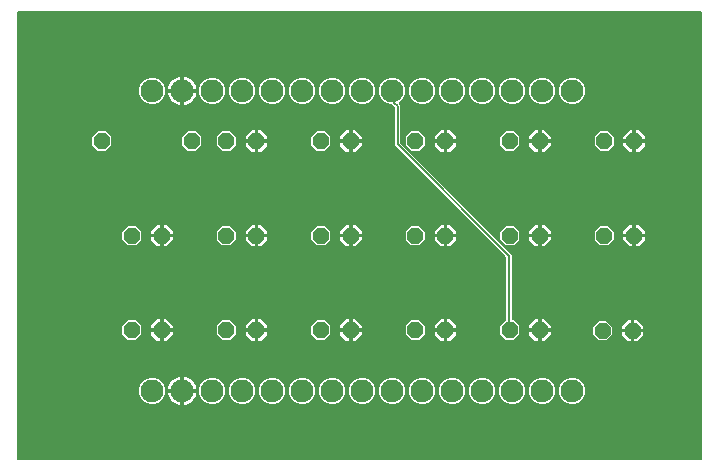
<source format=gbr>
G04 EAGLE Gerber RS-274X export*
G75*
%MOMM*%
%FSLAX34Y34*%
%LPD*%
%INTop Copper*%
%IPPOS*%
%AMOC8*
5,1,8,0,0,1.08239X$1,22.5*%
G01*
%ADD10C,1.930400*%
%ADD11P,1.429621X8X22.500000*%
%ADD12C,0.152400*%

G36*
X589098Y10164D02*
X589098Y10164D01*
X589117Y10162D01*
X589219Y10184D01*
X589321Y10200D01*
X589338Y10210D01*
X589358Y10214D01*
X589447Y10267D01*
X589538Y10316D01*
X589552Y10330D01*
X589569Y10340D01*
X589636Y10419D01*
X589708Y10494D01*
X589716Y10512D01*
X589729Y10527D01*
X589768Y10623D01*
X589811Y10717D01*
X589813Y10737D01*
X589821Y10755D01*
X589839Y10922D01*
X589839Y389078D01*
X589836Y389098D01*
X589838Y389117D01*
X589816Y389219D01*
X589800Y389321D01*
X589790Y389338D01*
X589786Y389358D01*
X589733Y389447D01*
X589684Y389538D01*
X589670Y389552D01*
X589660Y389569D01*
X589581Y389636D01*
X589506Y389708D01*
X589488Y389716D01*
X589473Y389729D01*
X589377Y389768D01*
X589283Y389811D01*
X589263Y389813D01*
X589245Y389821D01*
X589078Y389839D01*
X10922Y389839D01*
X10902Y389836D01*
X10883Y389838D01*
X10781Y389816D01*
X10679Y389800D01*
X10662Y389790D01*
X10642Y389786D01*
X10553Y389733D01*
X10462Y389684D01*
X10448Y389670D01*
X10431Y389660D01*
X10364Y389581D01*
X10292Y389506D01*
X10284Y389488D01*
X10271Y389473D01*
X10232Y389377D01*
X10189Y389283D01*
X10187Y389263D01*
X10179Y389245D01*
X10161Y389078D01*
X10161Y10922D01*
X10164Y10902D01*
X10162Y10883D01*
X10184Y10781D01*
X10200Y10679D01*
X10210Y10662D01*
X10214Y10642D01*
X10267Y10553D01*
X10316Y10462D01*
X10330Y10448D01*
X10340Y10431D01*
X10419Y10364D01*
X10494Y10292D01*
X10512Y10284D01*
X10527Y10271D01*
X10623Y10232D01*
X10717Y10189D01*
X10737Y10187D01*
X10755Y10179D01*
X10922Y10161D01*
X589078Y10161D01*
X589098Y10164D01*
G37*
%LPC*%
G36*
X423933Y111871D02*
X423933Y111871D01*
X419171Y116633D01*
X419171Y123367D01*
X424037Y128233D01*
X424041Y128235D01*
X424132Y128284D01*
X424146Y128298D01*
X424163Y128308D01*
X424230Y128387D01*
X424302Y128462D01*
X424310Y128480D01*
X424323Y128495D01*
X424362Y128591D01*
X424405Y128685D01*
X424407Y128705D01*
X424415Y128723D01*
X424433Y128890D01*
X424433Y181617D01*
X424419Y181708D01*
X424411Y181798D01*
X424399Y181828D01*
X424394Y181860D01*
X424351Y181941D01*
X424315Y182025D01*
X424289Y182057D01*
X424278Y182078D01*
X424255Y182100D01*
X424210Y182156D01*
X329945Y276421D01*
X329945Y308109D01*
X329931Y308200D01*
X329923Y308290D01*
X329911Y308320D01*
X329906Y308352D01*
X329863Y308433D01*
X329827Y308517D01*
X329801Y308549D01*
X329790Y308570D01*
X329767Y308592D01*
X329722Y308648D01*
X328460Y309910D01*
X327270Y311100D01*
X327196Y311153D01*
X327126Y311213D01*
X327096Y311225D01*
X327070Y311244D01*
X326983Y311271D01*
X326898Y311305D01*
X326857Y311309D01*
X326835Y311316D01*
X326803Y311315D01*
X326732Y311323D01*
X325477Y311323D01*
X321369Y313025D01*
X318225Y316169D01*
X316523Y320277D01*
X316523Y324723D01*
X318225Y328831D01*
X321369Y331975D01*
X325477Y333677D01*
X329923Y333677D01*
X334031Y331975D01*
X337175Y328831D01*
X338877Y324723D01*
X338877Y320277D01*
X337175Y316169D01*
X334031Y313025D01*
X333515Y312811D01*
X333476Y312787D01*
X333433Y312771D01*
X333373Y312723D01*
X333306Y312682D01*
X333277Y312646D01*
X333241Y312618D01*
X333199Y312552D01*
X333149Y312492D01*
X333133Y312449D01*
X333108Y312411D01*
X333089Y312335D01*
X333061Y312262D01*
X333059Y312217D01*
X333048Y312172D01*
X333054Y312095D01*
X333051Y312017D01*
X333064Y311973D01*
X333067Y311927D01*
X333098Y311855D01*
X333119Y311780D01*
X333146Y311743D01*
X333164Y311701D01*
X333249Y311594D01*
X333260Y311578D01*
X333264Y311575D01*
X333268Y311570D01*
X334519Y310319D01*
X334519Y278631D01*
X334533Y278540D01*
X334541Y278450D01*
X334553Y278420D01*
X334558Y278388D01*
X334601Y278307D01*
X334637Y278223D01*
X334663Y278191D01*
X334674Y278170D01*
X334697Y278148D01*
X334742Y278092D01*
X429007Y183827D01*
X429007Y128890D01*
X429008Y128881D01*
X429008Y128876D01*
X429010Y128868D01*
X429008Y128851D01*
X429030Y128749D01*
X429046Y128647D01*
X429056Y128630D01*
X429060Y128610D01*
X429113Y128521D01*
X429162Y128430D01*
X429176Y128416D01*
X429186Y128399D01*
X429265Y128332D01*
X429340Y128260D01*
X429358Y128252D01*
X429373Y128239D01*
X429469Y128200D01*
X429563Y128157D01*
X429583Y128155D01*
X429601Y128147D01*
X429768Y128129D01*
X430667Y128129D01*
X435429Y123367D01*
X435429Y116633D01*
X430667Y111871D01*
X423933Y111871D01*
G37*
%LPD*%
%LPC*%
G36*
X173077Y57323D02*
X173077Y57323D01*
X168969Y59025D01*
X165825Y62169D01*
X164123Y66277D01*
X164123Y70723D01*
X165825Y74831D01*
X168969Y77975D01*
X173077Y79677D01*
X177523Y79677D01*
X181631Y77975D01*
X184775Y74831D01*
X186477Y70723D01*
X186477Y66277D01*
X184775Y62169D01*
X181631Y59025D01*
X177523Y57323D01*
X173077Y57323D01*
G37*
%LPD*%
%LPC*%
G36*
X223877Y57323D02*
X223877Y57323D01*
X219769Y59025D01*
X216625Y62169D01*
X214923Y66277D01*
X214923Y70723D01*
X216625Y74831D01*
X219769Y77975D01*
X223877Y79677D01*
X228323Y79677D01*
X232431Y77975D01*
X235575Y74831D01*
X237277Y70723D01*
X237277Y66277D01*
X235575Y62169D01*
X232431Y59025D01*
X228323Y57323D01*
X223877Y57323D01*
G37*
%LPD*%
%LPC*%
G36*
X198477Y311323D02*
X198477Y311323D01*
X194369Y313025D01*
X191225Y316169D01*
X189523Y320277D01*
X189523Y324723D01*
X191225Y328831D01*
X194369Y331975D01*
X198477Y333677D01*
X202923Y333677D01*
X207031Y331975D01*
X210175Y328831D01*
X211877Y324723D01*
X211877Y320277D01*
X210175Y316169D01*
X207031Y313025D01*
X202923Y311323D01*
X198477Y311323D01*
G37*
%LPD*%
%LPC*%
G36*
X173077Y311323D02*
X173077Y311323D01*
X168969Y313025D01*
X165825Y316169D01*
X164123Y320277D01*
X164123Y324723D01*
X165825Y328831D01*
X168969Y331975D01*
X173077Y333677D01*
X177523Y333677D01*
X181631Y331975D01*
X184775Y328831D01*
X186477Y324723D01*
X186477Y320277D01*
X184775Y316169D01*
X181631Y313025D01*
X177523Y311323D01*
X173077Y311323D01*
G37*
%LPD*%
%LPC*%
G36*
X477877Y311323D02*
X477877Y311323D01*
X473769Y313025D01*
X470625Y316169D01*
X468923Y320277D01*
X468923Y324723D01*
X470625Y328831D01*
X473769Y331975D01*
X477877Y333677D01*
X482323Y333677D01*
X486431Y331975D01*
X489575Y328831D01*
X491277Y324723D01*
X491277Y320277D01*
X489575Y316169D01*
X486431Y313025D01*
X482323Y311323D01*
X477877Y311323D01*
G37*
%LPD*%
%LPC*%
G36*
X452477Y311323D02*
X452477Y311323D01*
X448369Y313025D01*
X445225Y316169D01*
X443523Y320277D01*
X443523Y324723D01*
X445225Y328831D01*
X448369Y331975D01*
X452477Y333677D01*
X456923Y333677D01*
X461031Y331975D01*
X464175Y328831D01*
X465877Y324723D01*
X465877Y320277D01*
X464175Y316169D01*
X461031Y313025D01*
X456923Y311323D01*
X452477Y311323D01*
G37*
%LPD*%
%LPC*%
G36*
X427077Y311323D02*
X427077Y311323D01*
X422969Y313025D01*
X419825Y316169D01*
X418123Y320277D01*
X418123Y324723D01*
X419825Y328831D01*
X422969Y331975D01*
X427077Y333677D01*
X431523Y333677D01*
X435631Y331975D01*
X438775Y328831D01*
X440477Y324723D01*
X440477Y320277D01*
X438775Y316169D01*
X435631Y313025D01*
X431523Y311323D01*
X427077Y311323D01*
G37*
%LPD*%
%LPC*%
G36*
X401677Y311323D02*
X401677Y311323D01*
X397569Y313025D01*
X394425Y316169D01*
X392723Y320277D01*
X392723Y324723D01*
X394425Y328831D01*
X397569Y331975D01*
X401677Y333677D01*
X406123Y333677D01*
X410231Y331975D01*
X413375Y328831D01*
X415077Y324723D01*
X415077Y320277D01*
X413375Y316169D01*
X410231Y313025D01*
X406123Y311323D01*
X401677Y311323D01*
G37*
%LPD*%
%LPC*%
G36*
X376277Y311323D02*
X376277Y311323D01*
X372169Y313025D01*
X369025Y316169D01*
X367323Y320277D01*
X367323Y324723D01*
X369025Y328831D01*
X372169Y331975D01*
X376277Y333677D01*
X380723Y333677D01*
X384831Y331975D01*
X387975Y328831D01*
X389677Y324723D01*
X389677Y320277D01*
X387975Y316169D01*
X384831Y313025D01*
X380723Y311323D01*
X376277Y311323D01*
G37*
%LPD*%
%LPC*%
G36*
X350877Y311323D02*
X350877Y311323D01*
X346769Y313025D01*
X343625Y316169D01*
X341923Y320277D01*
X341923Y324723D01*
X343625Y328831D01*
X346769Y331975D01*
X350877Y333677D01*
X355323Y333677D01*
X359431Y331975D01*
X362575Y328831D01*
X364277Y324723D01*
X364277Y320277D01*
X362575Y316169D01*
X359431Y313025D01*
X355323Y311323D01*
X350877Y311323D01*
G37*
%LPD*%
%LPC*%
G36*
X300077Y311323D02*
X300077Y311323D01*
X295969Y313025D01*
X292825Y316169D01*
X291123Y320277D01*
X291123Y324723D01*
X292825Y328831D01*
X295969Y331975D01*
X300077Y333677D01*
X304523Y333677D01*
X308631Y331975D01*
X311775Y328831D01*
X313477Y324723D01*
X313477Y320277D01*
X311775Y316169D01*
X308631Y313025D01*
X304523Y311323D01*
X300077Y311323D01*
G37*
%LPD*%
%LPC*%
G36*
X274677Y311323D02*
X274677Y311323D01*
X270569Y313025D01*
X267425Y316169D01*
X265723Y320277D01*
X265723Y324723D01*
X267425Y328831D01*
X270569Y331975D01*
X274677Y333677D01*
X279123Y333677D01*
X283231Y331975D01*
X286375Y328831D01*
X288077Y324723D01*
X288077Y320277D01*
X286375Y316169D01*
X283231Y313025D01*
X279123Y311323D01*
X274677Y311323D01*
G37*
%LPD*%
%LPC*%
G36*
X249277Y311323D02*
X249277Y311323D01*
X245169Y313025D01*
X242025Y316169D01*
X240323Y320277D01*
X240323Y324723D01*
X242025Y328831D01*
X245169Y331975D01*
X249277Y333677D01*
X253723Y333677D01*
X257831Y331975D01*
X260975Y328831D01*
X262677Y324723D01*
X262677Y320277D01*
X260975Y316169D01*
X257831Y313025D01*
X253723Y311323D01*
X249277Y311323D01*
G37*
%LPD*%
%LPC*%
G36*
X223877Y311323D02*
X223877Y311323D01*
X219769Y313025D01*
X216625Y316169D01*
X214923Y320277D01*
X214923Y324723D01*
X216625Y328831D01*
X219769Y331975D01*
X223877Y333677D01*
X228323Y333677D01*
X232431Y331975D01*
X235575Y328831D01*
X237277Y324723D01*
X237277Y320277D01*
X235575Y316169D01*
X232431Y313025D01*
X228323Y311323D01*
X223877Y311323D01*
G37*
%LPD*%
%LPC*%
G36*
X122277Y311323D02*
X122277Y311323D01*
X118169Y313025D01*
X115025Y316169D01*
X113323Y320277D01*
X113323Y324723D01*
X115025Y328831D01*
X118169Y331975D01*
X122277Y333677D01*
X126723Y333677D01*
X130831Y331975D01*
X133975Y328831D01*
X135677Y324723D01*
X135677Y320277D01*
X133975Y316169D01*
X130831Y313025D01*
X126723Y311323D01*
X122277Y311323D01*
G37*
%LPD*%
%LPC*%
G36*
X249277Y57323D02*
X249277Y57323D01*
X245169Y59025D01*
X242025Y62169D01*
X240323Y66277D01*
X240323Y70723D01*
X242025Y74831D01*
X245169Y77975D01*
X249277Y79677D01*
X253723Y79677D01*
X257831Y77975D01*
X260975Y74831D01*
X262677Y70723D01*
X262677Y66277D01*
X260975Y62169D01*
X257831Y59025D01*
X253723Y57323D01*
X249277Y57323D01*
G37*
%LPD*%
%LPC*%
G36*
X274677Y57323D02*
X274677Y57323D01*
X270569Y59025D01*
X267425Y62169D01*
X265723Y66277D01*
X265723Y70723D01*
X267425Y74831D01*
X270569Y77975D01*
X274677Y79677D01*
X279123Y79677D01*
X283231Y77975D01*
X286375Y74831D01*
X288077Y70723D01*
X288077Y66277D01*
X286375Y62169D01*
X283231Y59025D01*
X279123Y57323D01*
X274677Y57323D01*
G37*
%LPD*%
%LPC*%
G36*
X376277Y57323D02*
X376277Y57323D01*
X372169Y59025D01*
X369025Y62169D01*
X367323Y66277D01*
X367323Y70723D01*
X369025Y74831D01*
X372169Y77975D01*
X376277Y79677D01*
X380723Y79677D01*
X384831Y77975D01*
X387975Y74831D01*
X389677Y70723D01*
X389677Y66277D01*
X387975Y62169D01*
X384831Y59025D01*
X380723Y57323D01*
X376277Y57323D01*
G37*
%LPD*%
%LPC*%
G36*
X401677Y57323D02*
X401677Y57323D01*
X397569Y59025D01*
X394425Y62169D01*
X392723Y66277D01*
X392723Y70723D01*
X394425Y74831D01*
X397569Y77975D01*
X401677Y79677D01*
X406123Y79677D01*
X410231Y77975D01*
X413375Y74831D01*
X415077Y70723D01*
X415077Y66277D01*
X413375Y62169D01*
X410231Y59025D01*
X406123Y57323D01*
X401677Y57323D01*
G37*
%LPD*%
%LPC*%
G36*
X427077Y57323D02*
X427077Y57323D01*
X422969Y59025D01*
X419825Y62169D01*
X418123Y66277D01*
X418123Y70723D01*
X419825Y74831D01*
X422969Y77975D01*
X427077Y79677D01*
X431523Y79677D01*
X435631Y77975D01*
X438775Y74831D01*
X440477Y70723D01*
X440477Y66277D01*
X438775Y62169D01*
X435631Y59025D01*
X431523Y57323D01*
X427077Y57323D01*
G37*
%LPD*%
%LPC*%
G36*
X452477Y57323D02*
X452477Y57323D01*
X448369Y59025D01*
X445225Y62169D01*
X443523Y66277D01*
X443523Y70723D01*
X445225Y74831D01*
X448369Y77975D01*
X452477Y79677D01*
X456923Y79677D01*
X461031Y77975D01*
X464175Y74831D01*
X465877Y70723D01*
X465877Y66277D01*
X464175Y62169D01*
X461031Y59025D01*
X456923Y57323D01*
X452477Y57323D01*
G37*
%LPD*%
%LPC*%
G36*
X477877Y57323D02*
X477877Y57323D01*
X473769Y59025D01*
X470625Y62169D01*
X468923Y66277D01*
X468923Y70723D01*
X470625Y74831D01*
X473769Y77975D01*
X477877Y79677D01*
X482323Y79677D01*
X486431Y77975D01*
X489575Y74831D01*
X491277Y70723D01*
X491277Y66277D01*
X489575Y62169D01*
X486431Y59025D01*
X482323Y57323D01*
X477877Y57323D01*
G37*
%LPD*%
%LPC*%
G36*
X300077Y57323D02*
X300077Y57323D01*
X295969Y59025D01*
X292825Y62169D01*
X291123Y66277D01*
X291123Y70723D01*
X292825Y74831D01*
X295969Y77975D01*
X300077Y79677D01*
X304523Y79677D01*
X308631Y77975D01*
X311775Y74831D01*
X313477Y70723D01*
X313477Y66277D01*
X311775Y62169D01*
X308631Y59025D01*
X304523Y57323D01*
X300077Y57323D01*
G37*
%LPD*%
%LPC*%
G36*
X325477Y57323D02*
X325477Y57323D01*
X321369Y59025D01*
X318225Y62169D01*
X316523Y66277D01*
X316523Y70723D01*
X318225Y74831D01*
X321369Y77975D01*
X325477Y79677D01*
X329923Y79677D01*
X334031Y77975D01*
X337175Y74831D01*
X338877Y70723D01*
X338877Y66277D01*
X337175Y62169D01*
X334031Y59025D01*
X329923Y57323D01*
X325477Y57323D01*
G37*
%LPD*%
%LPC*%
G36*
X350877Y57323D02*
X350877Y57323D01*
X346769Y59025D01*
X343625Y62169D01*
X341923Y66277D01*
X341923Y70723D01*
X343625Y74831D01*
X346769Y77975D01*
X350877Y79677D01*
X355323Y79677D01*
X359431Y77975D01*
X362575Y74831D01*
X364277Y70723D01*
X364277Y66277D01*
X362575Y62169D01*
X359431Y59025D01*
X355323Y57323D01*
X350877Y57323D01*
G37*
%LPD*%
%LPC*%
G36*
X198477Y57323D02*
X198477Y57323D01*
X194369Y59025D01*
X191225Y62169D01*
X189523Y66277D01*
X189523Y70723D01*
X191225Y74831D01*
X194369Y77975D01*
X198477Y79677D01*
X202923Y79677D01*
X207031Y77975D01*
X210175Y74831D01*
X211877Y70723D01*
X211877Y66277D01*
X210175Y62169D01*
X207031Y59025D01*
X202923Y57323D01*
X198477Y57323D01*
G37*
%LPD*%
%LPC*%
G36*
X122277Y57323D02*
X122277Y57323D01*
X118169Y59025D01*
X115025Y62169D01*
X113323Y66277D01*
X113323Y70723D01*
X115025Y74831D01*
X118169Y77975D01*
X122277Y79677D01*
X126723Y79677D01*
X130831Y77975D01*
X133975Y74831D01*
X135677Y70723D01*
X135677Y66277D01*
X133975Y62169D01*
X130831Y59025D01*
X126723Y57323D01*
X122277Y57323D01*
G37*
%LPD*%
%LPC*%
G36*
X183933Y271871D02*
X183933Y271871D01*
X179171Y276633D01*
X179171Y283367D01*
X183933Y288129D01*
X190667Y288129D01*
X195429Y283367D01*
X195429Y276633D01*
X190667Y271871D01*
X183933Y271871D01*
G37*
%LPD*%
%LPC*%
G36*
X154733Y271871D02*
X154733Y271871D01*
X149971Y276633D01*
X149971Y283367D01*
X154733Y288129D01*
X161467Y288129D01*
X166229Y283367D01*
X166229Y276633D01*
X161467Y271871D01*
X154733Y271871D01*
G37*
%LPD*%
%LPC*%
G36*
X78533Y271871D02*
X78533Y271871D01*
X73771Y276633D01*
X73771Y283367D01*
X78533Y288129D01*
X85267Y288129D01*
X90029Y283367D01*
X90029Y276633D01*
X85267Y271871D01*
X78533Y271871D01*
G37*
%LPD*%
%LPC*%
G36*
X103933Y191871D02*
X103933Y191871D01*
X99171Y196633D01*
X99171Y203367D01*
X103933Y208129D01*
X110667Y208129D01*
X115429Y203367D01*
X115429Y196633D01*
X110667Y191871D01*
X103933Y191871D01*
G37*
%LPD*%
%LPC*%
G36*
X503933Y191871D02*
X503933Y191871D01*
X499171Y196633D01*
X499171Y203367D01*
X503933Y208129D01*
X510667Y208129D01*
X515429Y203367D01*
X515429Y196633D01*
X510667Y191871D01*
X503933Y191871D01*
G37*
%LPD*%
%LPC*%
G36*
X423933Y191871D02*
X423933Y191871D01*
X419171Y196633D01*
X419171Y203367D01*
X423933Y208129D01*
X430667Y208129D01*
X435429Y203367D01*
X435429Y196633D01*
X430667Y191871D01*
X423933Y191871D01*
G37*
%LPD*%
%LPC*%
G36*
X103933Y111871D02*
X103933Y111871D01*
X99171Y116633D01*
X99171Y123367D01*
X103933Y128129D01*
X110667Y128129D01*
X115429Y123367D01*
X115429Y116633D01*
X110667Y111871D01*
X103933Y111871D01*
G37*
%LPD*%
%LPC*%
G36*
X263933Y191871D02*
X263933Y191871D01*
X259171Y196633D01*
X259171Y203367D01*
X263933Y208129D01*
X270667Y208129D01*
X275429Y203367D01*
X275429Y196633D01*
X270667Y191871D01*
X263933Y191871D01*
G37*
%LPD*%
%LPC*%
G36*
X343933Y111871D02*
X343933Y111871D01*
X339171Y116633D01*
X339171Y123367D01*
X343933Y128129D01*
X350667Y128129D01*
X355429Y123367D01*
X355429Y116633D01*
X350667Y111871D01*
X343933Y111871D01*
G37*
%LPD*%
%LPC*%
G36*
X183933Y111871D02*
X183933Y111871D01*
X179171Y116633D01*
X179171Y123367D01*
X183933Y128129D01*
X190667Y128129D01*
X195429Y123367D01*
X195429Y116633D01*
X190667Y111871D01*
X183933Y111871D01*
G37*
%LPD*%
%LPC*%
G36*
X263933Y111871D02*
X263933Y111871D01*
X259171Y116633D01*
X259171Y123367D01*
X263933Y128129D01*
X270667Y128129D01*
X275429Y123367D01*
X275429Y116633D01*
X270667Y111871D01*
X263933Y111871D01*
G37*
%LPD*%
%LPC*%
G36*
X502421Y111475D02*
X502421Y111475D01*
X497659Y116237D01*
X497659Y122971D01*
X502421Y127733D01*
X509155Y127733D01*
X513917Y122971D01*
X513917Y116237D01*
X509155Y111475D01*
X502421Y111475D01*
G37*
%LPD*%
%LPC*%
G36*
X343933Y271871D02*
X343933Y271871D01*
X339171Y276633D01*
X339171Y283367D01*
X343933Y288129D01*
X350667Y288129D01*
X355429Y283367D01*
X355429Y276633D01*
X350667Y271871D01*
X343933Y271871D01*
G37*
%LPD*%
%LPC*%
G36*
X263933Y271871D02*
X263933Y271871D01*
X259171Y276633D01*
X259171Y283367D01*
X263933Y288129D01*
X270667Y288129D01*
X275429Y283367D01*
X275429Y276633D01*
X270667Y271871D01*
X263933Y271871D01*
G37*
%LPD*%
%LPC*%
G36*
X503933Y271871D02*
X503933Y271871D01*
X499171Y276633D01*
X499171Y283367D01*
X503933Y288129D01*
X510667Y288129D01*
X515429Y283367D01*
X515429Y276633D01*
X510667Y271871D01*
X503933Y271871D01*
G37*
%LPD*%
%LPC*%
G36*
X423933Y271871D02*
X423933Y271871D01*
X419171Y276633D01*
X419171Y283367D01*
X423933Y288129D01*
X430667Y288129D01*
X435429Y283367D01*
X435429Y276633D01*
X430667Y271871D01*
X423933Y271871D01*
G37*
%LPD*%
%LPC*%
G36*
X183933Y191871D02*
X183933Y191871D01*
X179171Y196633D01*
X179171Y203367D01*
X183933Y208129D01*
X190667Y208129D01*
X195429Y203367D01*
X195429Y196633D01*
X190667Y191871D01*
X183933Y191871D01*
G37*
%LPD*%
%LPC*%
G36*
X343933Y191871D02*
X343933Y191871D01*
X339171Y196633D01*
X339171Y203367D01*
X343933Y208129D01*
X350667Y208129D01*
X355429Y203367D01*
X355429Y196633D01*
X350667Y191871D01*
X343933Y191871D01*
G37*
%LPD*%
%LPC*%
G36*
X151423Y324023D02*
X151423Y324023D01*
X151423Y334603D01*
X152755Y334393D01*
X154580Y333799D01*
X156290Y332928D01*
X157843Y331800D01*
X159200Y330443D01*
X160328Y328890D01*
X161199Y327180D01*
X161793Y325355D01*
X162003Y324023D01*
X151423Y324023D01*
G37*
%LPD*%
%LPC*%
G36*
X151423Y70023D02*
X151423Y70023D01*
X151423Y80603D01*
X152755Y80393D01*
X154580Y79799D01*
X156290Y78928D01*
X157843Y77800D01*
X159200Y76443D01*
X160328Y74890D01*
X161199Y73180D01*
X161793Y71355D01*
X162003Y70023D01*
X151423Y70023D01*
G37*
%LPD*%
%LPC*%
G36*
X137797Y324023D02*
X137797Y324023D01*
X138007Y325355D01*
X138601Y327180D01*
X139472Y328890D01*
X140600Y330443D01*
X141957Y331800D01*
X143510Y332928D01*
X145220Y333799D01*
X147045Y334393D01*
X148377Y334603D01*
X148377Y324023D01*
X137797Y324023D01*
G37*
%LPD*%
%LPC*%
G36*
X151423Y320977D02*
X151423Y320977D01*
X162003Y320977D01*
X161793Y319645D01*
X161199Y317820D01*
X160328Y316110D01*
X159200Y314557D01*
X157843Y313200D01*
X156290Y312072D01*
X154580Y311201D01*
X152755Y310607D01*
X151423Y310397D01*
X151423Y320977D01*
G37*
%LPD*%
%LPC*%
G36*
X137797Y70023D02*
X137797Y70023D01*
X138007Y71355D01*
X138601Y73180D01*
X139472Y74890D01*
X140600Y76443D01*
X141957Y77800D01*
X143510Y78928D01*
X145220Y79799D01*
X147045Y80393D01*
X148377Y80603D01*
X148377Y70023D01*
X137797Y70023D01*
G37*
%LPD*%
%LPC*%
G36*
X151423Y66977D02*
X151423Y66977D01*
X162003Y66977D01*
X161793Y65645D01*
X161199Y63820D01*
X160328Y62110D01*
X159200Y60557D01*
X157843Y59200D01*
X156290Y58072D01*
X154580Y57201D01*
X152755Y56607D01*
X151423Y56397D01*
X151423Y66977D01*
G37*
%LPD*%
%LPC*%
G36*
X147045Y310607D02*
X147045Y310607D01*
X145220Y311201D01*
X143510Y312072D01*
X141957Y313200D01*
X140600Y314557D01*
X139472Y316110D01*
X138601Y317820D01*
X138007Y319645D01*
X137797Y320977D01*
X148377Y320977D01*
X148377Y310397D01*
X147045Y310607D01*
G37*
%LPD*%
%LPC*%
G36*
X147045Y56607D02*
X147045Y56607D01*
X145220Y57201D01*
X143510Y58072D01*
X141957Y59200D01*
X140600Y60557D01*
X139472Y62110D01*
X138601Y63820D01*
X138007Y65645D01*
X137797Y66977D01*
X148377Y66977D01*
X148377Y56397D01*
X147045Y56607D01*
G37*
%LPD*%
%LPC*%
G36*
X214223Y281523D02*
X214223Y281523D01*
X214223Y289145D01*
X216488Y289145D01*
X221845Y283788D01*
X221845Y281523D01*
X214223Y281523D01*
G37*
%LPD*%
%LPC*%
G36*
X214223Y121523D02*
X214223Y121523D01*
X214223Y129145D01*
X216488Y129145D01*
X221845Y123788D01*
X221845Y121523D01*
X214223Y121523D01*
G37*
%LPD*%
%LPC*%
G36*
X534223Y281523D02*
X534223Y281523D01*
X534223Y289145D01*
X536488Y289145D01*
X541845Y283788D01*
X541845Y281523D01*
X534223Y281523D01*
G37*
%LPD*%
%LPC*%
G36*
X134223Y121523D02*
X134223Y121523D01*
X134223Y129145D01*
X136488Y129145D01*
X141845Y123788D01*
X141845Y121523D01*
X134223Y121523D01*
G37*
%LPD*%
%LPC*%
G36*
X454223Y281523D02*
X454223Y281523D01*
X454223Y289145D01*
X456488Y289145D01*
X461845Y283788D01*
X461845Y281523D01*
X454223Y281523D01*
G37*
%LPD*%
%LPC*%
G36*
X214223Y201523D02*
X214223Y201523D01*
X214223Y209145D01*
X216488Y209145D01*
X221845Y203788D01*
X221845Y201523D01*
X214223Y201523D01*
G37*
%LPD*%
%LPC*%
G36*
X374223Y281523D02*
X374223Y281523D01*
X374223Y289145D01*
X376488Y289145D01*
X381845Y283788D01*
X381845Y281523D01*
X374223Y281523D01*
G37*
%LPD*%
%LPC*%
G36*
X294223Y201523D02*
X294223Y201523D01*
X294223Y209145D01*
X296488Y209145D01*
X301845Y203788D01*
X301845Y201523D01*
X294223Y201523D01*
G37*
%LPD*%
%LPC*%
G36*
X294223Y281523D02*
X294223Y281523D01*
X294223Y289145D01*
X296488Y289145D01*
X301845Y283788D01*
X301845Y281523D01*
X294223Y281523D01*
G37*
%LPD*%
%LPC*%
G36*
X374223Y201523D02*
X374223Y201523D01*
X374223Y209145D01*
X376488Y209145D01*
X381845Y203788D01*
X381845Y201523D01*
X374223Y201523D01*
G37*
%LPD*%
%LPC*%
G36*
X134223Y201523D02*
X134223Y201523D01*
X134223Y209145D01*
X136488Y209145D01*
X141845Y203788D01*
X141845Y201523D01*
X134223Y201523D01*
G37*
%LPD*%
%LPC*%
G36*
X454223Y121523D02*
X454223Y121523D01*
X454223Y129145D01*
X456488Y129145D01*
X461845Y123788D01*
X461845Y121523D01*
X454223Y121523D01*
G37*
%LPD*%
%LPC*%
G36*
X374223Y121523D02*
X374223Y121523D01*
X374223Y129145D01*
X376488Y129145D01*
X381845Y123788D01*
X381845Y121523D01*
X374223Y121523D01*
G37*
%LPD*%
%LPC*%
G36*
X454223Y201523D02*
X454223Y201523D01*
X454223Y209145D01*
X456488Y209145D01*
X461845Y203788D01*
X461845Y201523D01*
X454223Y201523D01*
G37*
%LPD*%
%LPC*%
G36*
X294223Y121523D02*
X294223Y121523D01*
X294223Y129145D01*
X296488Y129145D01*
X301845Y123788D01*
X301845Y121523D01*
X294223Y121523D01*
G37*
%LPD*%
%LPC*%
G36*
X534223Y201523D02*
X534223Y201523D01*
X534223Y209145D01*
X536488Y209145D01*
X541845Y203788D01*
X541845Y201523D01*
X534223Y201523D01*
G37*
%LPD*%
%LPC*%
G36*
X532711Y121127D02*
X532711Y121127D01*
X532711Y128749D01*
X534976Y128749D01*
X540333Y123392D01*
X540333Y121127D01*
X532711Y121127D01*
G37*
%LPD*%
%LPC*%
G36*
X203555Y281523D02*
X203555Y281523D01*
X203555Y283788D01*
X208912Y289145D01*
X211177Y289145D01*
X211177Y281523D01*
X203555Y281523D01*
G37*
%LPD*%
%LPC*%
G36*
X523555Y281523D02*
X523555Y281523D01*
X523555Y283788D01*
X528912Y289145D01*
X531177Y289145D01*
X531177Y281523D01*
X523555Y281523D01*
G37*
%LPD*%
%LPC*%
G36*
X443555Y281523D02*
X443555Y281523D01*
X443555Y283788D01*
X448912Y289145D01*
X451177Y289145D01*
X451177Y281523D01*
X443555Y281523D01*
G37*
%LPD*%
%LPC*%
G36*
X363555Y281523D02*
X363555Y281523D01*
X363555Y283788D01*
X368912Y289145D01*
X371177Y289145D01*
X371177Y281523D01*
X363555Y281523D01*
G37*
%LPD*%
%LPC*%
G36*
X283555Y281523D02*
X283555Y281523D01*
X283555Y283788D01*
X288912Y289145D01*
X291177Y289145D01*
X291177Y281523D01*
X283555Y281523D01*
G37*
%LPD*%
%LPC*%
G36*
X443555Y121523D02*
X443555Y121523D01*
X443555Y123788D01*
X448912Y129145D01*
X451177Y129145D01*
X451177Y121523D01*
X443555Y121523D01*
G37*
%LPD*%
%LPC*%
G36*
X363555Y121523D02*
X363555Y121523D01*
X363555Y123788D01*
X368912Y129145D01*
X371177Y129145D01*
X371177Y121523D01*
X363555Y121523D01*
G37*
%LPD*%
%LPC*%
G36*
X283555Y121523D02*
X283555Y121523D01*
X283555Y123788D01*
X288912Y129145D01*
X291177Y129145D01*
X291177Y121523D01*
X283555Y121523D01*
G37*
%LPD*%
%LPC*%
G36*
X123555Y121523D02*
X123555Y121523D01*
X123555Y123788D01*
X128912Y129145D01*
X131177Y129145D01*
X131177Y121523D01*
X123555Y121523D01*
G37*
%LPD*%
%LPC*%
G36*
X522043Y121127D02*
X522043Y121127D01*
X522043Y123392D01*
X527400Y128749D01*
X529665Y128749D01*
X529665Y121127D01*
X522043Y121127D01*
G37*
%LPD*%
%LPC*%
G36*
X363555Y201523D02*
X363555Y201523D01*
X363555Y203788D01*
X368912Y209145D01*
X371177Y209145D01*
X371177Y201523D01*
X363555Y201523D01*
G37*
%LPD*%
%LPC*%
G36*
X283555Y201523D02*
X283555Y201523D01*
X283555Y203788D01*
X288912Y209145D01*
X291177Y209145D01*
X291177Y201523D01*
X283555Y201523D01*
G37*
%LPD*%
%LPC*%
G36*
X443555Y201523D02*
X443555Y201523D01*
X443555Y203788D01*
X448912Y209145D01*
X451177Y209145D01*
X451177Y201523D01*
X443555Y201523D01*
G37*
%LPD*%
%LPC*%
G36*
X203555Y201523D02*
X203555Y201523D01*
X203555Y203788D01*
X208912Y209145D01*
X211177Y209145D01*
X211177Y201523D01*
X203555Y201523D01*
G37*
%LPD*%
%LPC*%
G36*
X523555Y201523D02*
X523555Y201523D01*
X523555Y203788D01*
X528912Y209145D01*
X531177Y209145D01*
X531177Y201523D01*
X523555Y201523D01*
G37*
%LPD*%
%LPC*%
G36*
X203555Y121523D02*
X203555Y121523D01*
X203555Y123788D01*
X208912Y129145D01*
X211177Y129145D01*
X211177Y121523D01*
X203555Y121523D01*
G37*
%LPD*%
%LPC*%
G36*
X123555Y201523D02*
X123555Y201523D01*
X123555Y203788D01*
X128912Y209145D01*
X131177Y209145D01*
X131177Y201523D01*
X123555Y201523D01*
G37*
%LPD*%
%LPC*%
G36*
X374223Y110855D02*
X374223Y110855D01*
X374223Y118477D01*
X381845Y118477D01*
X381845Y116212D01*
X376488Y110855D01*
X374223Y110855D01*
G37*
%LPD*%
%LPC*%
G36*
X454223Y110855D02*
X454223Y110855D01*
X454223Y118477D01*
X461845Y118477D01*
X461845Y116212D01*
X456488Y110855D01*
X454223Y110855D01*
G37*
%LPD*%
%LPC*%
G36*
X294223Y110855D02*
X294223Y110855D01*
X294223Y118477D01*
X301845Y118477D01*
X301845Y116212D01*
X296488Y110855D01*
X294223Y110855D01*
G37*
%LPD*%
%LPC*%
G36*
X214223Y110855D02*
X214223Y110855D01*
X214223Y118477D01*
X221845Y118477D01*
X221845Y116212D01*
X216488Y110855D01*
X214223Y110855D01*
G37*
%LPD*%
%LPC*%
G36*
X134223Y110855D02*
X134223Y110855D01*
X134223Y118477D01*
X141845Y118477D01*
X141845Y116212D01*
X136488Y110855D01*
X134223Y110855D01*
G37*
%LPD*%
%LPC*%
G36*
X532711Y110459D02*
X532711Y110459D01*
X532711Y118081D01*
X540333Y118081D01*
X540333Y115816D01*
X534976Y110459D01*
X532711Y110459D01*
G37*
%LPD*%
%LPC*%
G36*
X534223Y270855D02*
X534223Y270855D01*
X534223Y278477D01*
X541845Y278477D01*
X541845Y276212D01*
X536488Y270855D01*
X534223Y270855D01*
G37*
%LPD*%
%LPC*%
G36*
X454223Y190855D02*
X454223Y190855D01*
X454223Y198477D01*
X461845Y198477D01*
X461845Y196212D01*
X456488Y190855D01*
X454223Y190855D01*
G37*
%LPD*%
%LPC*%
G36*
X534223Y190855D02*
X534223Y190855D01*
X534223Y198477D01*
X541845Y198477D01*
X541845Y196212D01*
X536488Y190855D01*
X534223Y190855D01*
G37*
%LPD*%
%LPC*%
G36*
X134223Y190855D02*
X134223Y190855D01*
X134223Y198477D01*
X141845Y198477D01*
X141845Y196212D01*
X136488Y190855D01*
X134223Y190855D01*
G37*
%LPD*%
%LPC*%
G36*
X374223Y190855D02*
X374223Y190855D01*
X374223Y198477D01*
X381845Y198477D01*
X381845Y196212D01*
X376488Y190855D01*
X374223Y190855D01*
G37*
%LPD*%
%LPC*%
G36*
X294223Y190855D02*
X294223Y190855D01*
X294223Y198477D01*
X301845Y198477D01*
X301845Y196212D01*
X296488Y190855D01*
X294223Y190855D01*
G37*
%LPD*%
%LPC*%
G36*
X214223Y190855D02*
X214223Y190855D01*
X214223Y198477D01*
X221845Y198477D01*
X221845Y196212D01*
X216488Y190855D01*
X214223Y190855D01*
G37*
%LPD*%
%LPC*%
G36*
X214223Y270855D02*
X214223Y270855D01*
X214223Y278477D01*
X221845Y278477D01*
X221845Y276212D01*
X216488Y270855D01*
X214223Y270855D01*
G37*
%LPD*%
%LPC*%
G36*
X294223Y270855D02*
X294223Y270855D01*
X294223Y278477D01*
X301845Y278477D01*
X301845Y276212D01*
X296488Y270855D01*
X294223Y270855D01*
G37*
%LPD*%
%LPC*%
G36*
X374223Y270855D02*
X374223Y270855D01*
X374223Y278477D01*
X381845Y278477D01*
X381845Y276212D01*
X376488Y270855D01*
X374223Y270855D01*
G37*
%LPD*%
%LPC*%
G36*
X454223Y270855D02*
X454223Y270855D01*
X454223Y278477D01*
X461845Y278477D01*
X461845Y276212D01*
X456488Y270855D01*
X454223Y270855D01*
G37*
%LPD*%
%LPC*%
G36*
X208912Y270855D02*
X208912Y270855D01*
X203555Y276212D01*
X203555Y278477D01*
X211177Y278477D01*
X211177Y270855D01*
X208912Y270855D01*
G37*
%LPD*%
%LPC*%
G36*
X208912Y190855D02*
X208912Y190855D01*
X203555Y196212D01*
X203555Y198477D01*
X211177Y198477D01*
X211177Y190855D01*
X208912Y190855D01*
G37*
%LPD*%
%LPC*%
G36*
X448912Y110855D02*
X448912Y110855D01*
X443555Y116212D01*
X443555Y118477D01*
X451177Y118477D01*
X451177Y110855D01*
X448912Y110855D01*
G37*
%LPD*%
%LPC*%
G36*
X448912Y190855D02*
X448912Y190855D01*
X443555Y196212D01*
X443555Y198477D01*
X451177Y198477D01*
X451177Y190855D01*
X448912Y190855D01*
G37*
%LPD*%
%LPC*%
G36*
X368912Y110855D02*
X368912Y110855D01*
X363555Y116212D01*
X363555Y118477D01*
X371177Y118477D01*
X371177Y110855D01*
X368912Y110855D01*
G37*
%LPD*%
%LPC*%
G36*
X288912Y190855D02*
X288912Y190855D01*
X283555Y196212D01*
X283555Y198477D01*
X291177Y198477D01*
X291177Y190855D01*
X288912Y190855D01*
G37*
%LPD*%
%LPC*%
G36*
X288912Y110855D02*
X288912Y110855D01*
X283555Y116212D01*
X283555Y118477D01*
X291177Y118477D01*
X291177Y110855D01*
X288912Y110855D01*
G37*
%LPD*%
%LPC*%
G36*
X368912Y190855D02*
X368912Y190855D01*
X363555Y196212D01*
X363555Y198477D01*
X371177Y198477D01*
X371177Y190855D01*
X368912Y190855D01*
G37*
%LPD*%
%LPC*%
G36*
X527400Y110459D02*
X527400Y110459D01*
X522043Y115816D01*
X522043Y118081D01*
X529665Y118081D01*
X529665Y110459D01*
X527400Y110459D01*
G37*
%LPD*%
%LPC*%
G36*
X208912Y110855D02*
X208912Y110855D01*
X203555Y116212D01*
X203555Y118477D01*
X211177Y118477D01*
X211177Y110855D01*
X208912Y110855D01*
G37*
%LPD*%
%LPC*%
G36*
X288912Y270855D02*
X288912Y270855D01*
X283555Y276212D01*
X283555Y278477D01*
X291177Y278477D01*
X291177Y270855D01*
X288912Y270855D01*
G37*
%LPD*%
%LPC*%
G36*
X128912Y190855D02*
X128912Y190855D01*
X123555Y196212D01*
X123555Y198477D01*
X131177Y198477D01*
X131177Y190855D01*
X128912Y190855D01*
G37*
%LPD*%
%LPC*%
G36*
X368912Y270855D02*
X368912Y270855D01*
X363555Y276212D01*
X363555Y278477D01*
X371177Y278477D01*
X371177Y270855D01*
X368912Y270855D01*
G37*
%LPD*%
%LPC*%
G36*
X128912Y110855D02*
X128912Y110855D01*
X123555Y116212D01*
X123555Y118477D01*
X131177Y118477D01*
X131177Y110855D01*
X128912Y110855D01*
G37*
%LPD*%
%LPC*%
G36*
X448912Y270855D02*
X448912Y270855D01*
X443555Y276212D01*
X443555Y278477D01*
X451177Y278477D01*
X451177Y270855D01*
X448912Y270855D01*
G37*
%LPD*%
%LPC*%
G36*
X528912Y190855D02*
X528912Y190855D01*
X523555Y196212D01*
X523555Y198477D01*
X531177Y198477D01*
X531177Y190855D01*
X528912Y190855D01*
G37*
%LPD*%
%LPC*%
G36*
X528912Y270855D02*
X528912Y270855D01*
X523555Y276212D01*
X523555Y278477D01*
X531177Y278477D01*
X531177Y270855D01*
X528912Y270855D01*
G37*
%LPD*%
%LPC*%
G36*
X532699Y199999D02*
X532699Y199999D01*
X532699Y200001D01*
X532701Y200001D01*
X532701Y199999D01*
X532699Y199999D01*
G37*
%LPD*%
%LPC*%
G36*
X372699Y119999D02*
X372699Y119999D01*
X372699Y120001D01*
X372701Y120001D01*
X372701Y119999D01*
X372699Y119999D01*
G37*
%LPD*%
%LPC*%
G36*
X292699Y119999D02*
X292699Y119999D01*
X292699Y120001D01*
X292701Y120001D01*
X292701Y119999D01*
X292699Y119999D01*
G37*
%LPD*%
%LPC*%
G36*
X531187Y119603D02*
X531187Y119603D01*
X531187Y119605D01*
X531189Y119605D01*
X531189Y119603D01*
X531187Y119603D01*
G37*
%LPD*%
%LPC*%
G36*
X452699Y199999D02*
X452699Y199999D01*
X452699Y200001D01*
X452701Y200001D01*
X452701Y199999D01*
X452699Y199999D01*
G37*
%LPD*%
%LPC*%
G36*
X372699Y199999D02*
X372699Y199999D01*
X372699Y200001D01*
X372701Y200001D01*
X372701Y199999D01*
X372699Y199999D01*
G37*
%LPD*%
%LPC*%
G36*
X292699Y199999D02*
X292699Y199999D01*
X292699Y200001D01*
X292701Y200001D01*
X292701Y199999D01*
X292699Y199999D01*
G37*
%LPD*%
%LPC*%
G36*
X149899Y322499D02*
X149899Y322499D01*
X149899Y322501D01*
X149901Y322501D01*
X149901Y322499D01*
X149899Y322499D01*
G37*
%LPD*%
%LPC*%
G36*
X132699Y199999D02*
X132699Y199999D01*
X132699Y200001D01*
X132701Y200001D01*
X132701Y199999D01*
X132699Y199999D01*
G37*
%LPD*%
%LPC*%
G36*
X532699Y279999D02*
X532699Y279999D01*
X532699Y280001D01*
X532701Y280001D01*
X532701Y279999D01*
X532699Y279999D01*
G37*
%LPD*%
%LPC*%
G36*
X212699Y199999D02*
X212699Y199999D01*
X212699Y200001D01*
X212701Y200001D01*
X212701Y199999D01*
X212699Y199999D01*
G37*
%LPD*%
%LPC*%
G36*
X452699Y279999D02*
X452699Y279999D01*
X452699Y280001D01*
X452701Y280001D01*
X452701Y279999D01*
X452699Y279999D01*
G37*
%LPD*%
%LPC*%
G36*
X372699Y279999D02*
X372699Y279999D01*
X372699Y280001D01*
X372701Y280001D01*
X372701Y279999D01*
X372699Y279999D01*
G37*
%LPD*%
%LPC*%
G36*
X292699Y279999D02*
X292699Y279999D01*
X292699Y280001D01*
X292701Y280001D01*
X292701Y279999D01*
X292699Y279999D01*
G37*
%LPD*%
%LPC*%
G36*
X212699Y279999D02*
X212699Y279999D01*
X212699Y280001D01*
X212701Y280001D01*
X212701Y279999D01*
X212699Y279999D01*
G37*
%LPD*%
%LPC*%
G36*
X212699Y119999D02*
X212699Y119999D01*
X212699Y120001D01*
X212701Y120001D01*
X212701Y119999D01*
X212699Y119999D01*
G37*
%LPD*%
%LPC*%
G36*
X149899Y68499D02*
X149899Y68499D01*
X149899Y68501D01*
X149901Y68501D01*
X149901Y68499D01*
X149899Y68499D01*
G37*
%LPD*%
%LPC*%
G36*
X132699Y119999D02*
X132699Y119999D01*
X132699Y120001D01*
X132701Y120001D01*
X132701Y119999D01*
X132699Y119999D01*
G37*
%LPD*%
%LPC*%
G36*
X452699Y119999D02*
X452699Y119999D01*
X452699Y120001D01*
X452701Y120001D01*
X452701Y119999D01*
X452699Y119999D01*
G37*
%LPD*%
D10*
X124500Y322500D03*
X149900Y322500D03*
X175300Y322500D03*
X200700Y322500D03*
X226100Y322500D03*
X251500Y322500D03*
X276900Y322500D03*
X302300Y322500D03*
X327700Y322500D03*
X353100Y322500D03*
X378500Y322500D03*
X403900Y322500D03*
X429300Y322500D03*
X454700Y322500D03*
X480100Y322500D03*
X124500Y68500D03*
X149900Y68500D03*
X175300Y68500D03*
X200700Y68500D03*
X226100Y68500D03*
X251500Y68500D03*
X276900Y68500D03*
X302300Y68500D03*
X327700Y68500D03*
X353100Y68500D03*
X378500Y68500D03*
X403900Y68500D03*
X429300Y68500D03*
X454700Y68500D03*
X480100Y68500D03*
D11*
X507300Y280000D03*
X532700Y280000D03*
X427300Y280000D03*
X452700Y280000D03*
X347300Y280000D03*
X372700Y280000D03*
X267300Y280000D03*
X292700Y280000D03*
X187300Y280000D03*
X212700Y280000D03*
X507300Y200000D03*
X532700Y200000D03*
X427300Y200000D03*
X452700Y200000D03*
X347300Y200000D03*
X372700Y200000D03*
X267300Y200000D03*
X292700Y200000D03*
X187300Y200000D03*
X212700Y200000D03*
X107300Y200000D03*
X132700Y200000D03*
X505788Y119604D03*
X531188Y119604D03*
X427300Y120000D03*
X452700Y120000D03*
X347300Y120000D03*
X372700Y120000D03*
X267300Y120000D03*
X292700Y120000D03*
X187300Y120000D03*
X212700Y120000D03*
X107300Y120000D03*
X132700Y120000D03*
X81900Y280000D03*
X158100Y280000D03*
D12*
X426720Y182880D02*
X426720Y120396D01*
X426720Y182880D02*
X332232Y277368D01*
X332232Y309372D01*
X329184Y312420D01*
X329184Y321564D01*
X426720Y120396D02*
X427300Y120000D01*
X329184Y321564D02*
X327700Y322500D01*
M02*

</source>
